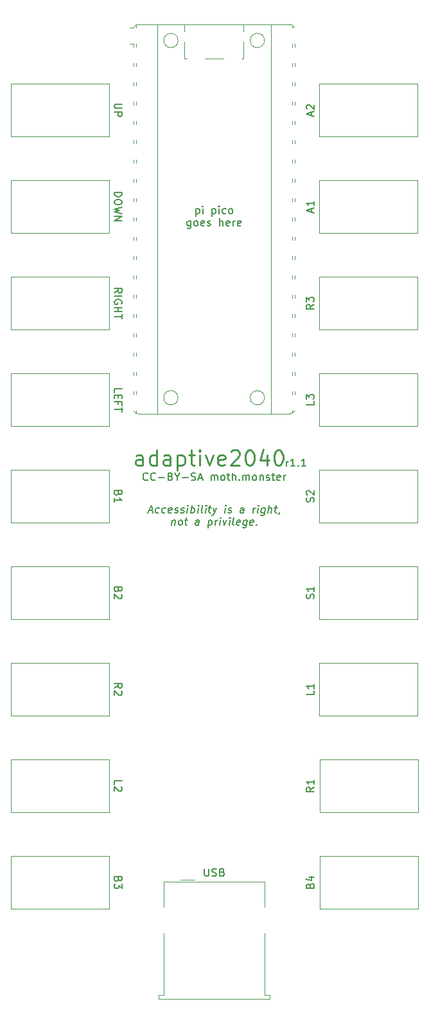
<source format=gbr>
%TF.GenerationSoftware,KiCad,Pcbnew,8.0.1*%
%TF.CreationDate,2024-04-04T17:18:09-04:00*%
%TF.ProjectId,adaptive-2040,61646170-7469-4766-952d-323034302e6b,1.1*%
%TF.SameCoordinates,Original*%
%TF.FileFunction,Legend,Top*%
%TF.FilePolarity,Positive*%
%FSLAX46Y46*%
G04 Gerber Fmt 4.6, Leading zero omitted, Abs format (unit mm)*
G04 Created by KiCad (PCBNEW 8.0.1) date 2024-04-04 17:18:09*
%MOMM*%
%LPD*%
G01*
G04 APERTURE LIST*
%ADD10C,0.150000*%
%ADD11C,0.250000*%
%ADD12C,0.120000*%
G04 APERTURE END LIST*
D10*
X95526904Y-151764132D02*
X96003094Y-151764132D01*
X95395951Y-152049847D02*
X95854285Y-151049847D01*
X95854285Y-151049847D02*
X96062618Y-152049847D01*
X96830475Y-152002228D02*
X96729285Y-152049847D01*
X96729285Y-152049847D02*
X96538809Y-152049847D01*
X96538809Y-152049847D02*
X96449523Y-152002228D01*
X96449523Y-152002228D02*
X96407856Y-151954608D01*
X96407856Y-151954608D02*
X96372142Y-151859370D01*
X96372142Y-151859370D02*
X96407856Y-151573656D01*
X96407856Y-151573656D02*
X96467380Y-151478418D01*
X96467380Y-151478418D02*
X96520951Y-151430799D01*
X96520951Y-151430799D02*
X96622142Y-151383180D01*
X96622142Y-151383180D02*
X96812618Y-151383180D01*
X96812618Y-151383180D02*
X96901904Y-151430799D01*
X97687618Y-152002228D02*
X97586428Y-152049847D01*
X97586428Y-152049847D02*
X97395952Y-152049847D01*
X97395952Y-152049847D02*
X97306666Y-152002228D01*
X97306666Y-152002228D02*
X97264999Y-151954608D01*
X97264999Y-151954608D02*
X97229285Y-151859370D01*
X97229285Y-151859370D02*
X97264999Y-151573656D01*
X97264999Y-151573656D02*
X97324523Y-151478418D01*
X97324523Y-151478418D02*
X97378094Y-151430799D01*
X97378094Y-151430799D02*
X97479285Y-151383180D01*
X97479285Y-151383180D02*
X97669761Y-151383180D01*
X97669761Y-151383180D02*
X97759047Y-151430799D01*
X98497142Y-152002228D02*
X98395952Y-152049847D01*
X98395952Y-152049847D02*
X98205475Y-152049847D01*
X98205475Y-152049847D02*
X98116190Y-152002228D01*
X98116190Y-152002228D02*
X98080475Y-151906989D01*
X98080475Y-151906989D02*
X98128095Y-151526037D01*
X98128095Y-151526037D02*
X98187618Y-151430799D01*
X98187618Y-151430799D02*
X98288809Y-151383180D01*
X98288809Y-151383180D02*
X98479285Y-151383180D01*
X98479285Y-151383180D02*
X98568571Y-151430799D01*
X98568571Y-151430799D02*
X98604285Y-151526037D01*
X98604285Y-151526037D02*
X98592380Y-151621275D01*
X98592380Y-151621275D02*
X98104285Y-151716513D01*
X98925714Y-152002228D02*
X99014999Y-152049847D01*
X99014999Y-152049847D02*
X99205476Y-152049847D01*
X99205476Y-152049847D02*
X99306666Y-152002228D01*
X99306666Y-152002228D02*
X99366190Y-151906989D01*
X99366190Y-151906989D02*
X99372142Y-151859370D01*
X99372142Y-151859370D02*
X99336428Y-151764132D01*
X99336428Y-151764132D02*
X99247142Y-151716513D01*
X99247142Y-151716513D02*
X99104285Y-151716513D01*
X99104285Y-151716513D02*
X99014999Y-151668894D01*
X99014999Y-151668894D02*
X98979285Y-151573656D01*
X98979285Y-151573656D02*
X98985238Y-151526037D01*
X98985238Y-151526037D02*
X99044761Y-151430799D01*
X99044761Y-151430799D02*
X99145952Y-151383180D01*
X99145952Y-151383180D02*
X99288809Y-151383180D01*
X99288809Y-151383180D02*
X99378095Y-151430799D01*
X99735238Y-152002228D02*
X99824523Y-152049847D01*
X99824523Y-152049847D02*
X100015000Y-152049847D01*
X100015000Y-152049847D02*
X100116190Y-152002228D01*
X100116190Y-152002228D02*
X100175714Y-151906989D01*
X100175714Y-151906989D02*
X100181666Y-151859370D01*
X100181666Y-151859370D02*
X100145952Y-151764132D01*
X100145952Y-151764132D02*
X100056666Y-151716513D01*
X100056666Y-151716513D02*
X99913809Y-151716513D01*
X99913809Y-151716513D02*
X99824523Y-151668894D01*
X99824523Y-151668894D02*
X99788809Y-151573656D01*
X99788809Y-151573656D02*
X99794762Y-151526037D01*
X99794762Y-151526037D02*
X99854285Y-151430799D01*
X99854285Y-151430799D02*
X99955476Y-151383180D01*
X99955476Y-151383180D02*
X100098333Y-151383180D01*
X100098333Y-151383180D02*
X100187619Y-151430799D01*
X100586428Y-152049847D02*
X100669762Y-151383180D01*
X100711428Y-151049847D02*
X100657857Y-151097466D01*
X100657857Y-151097466D02*
X100699524Y-151145085D01*
X100699524Y-151145085D02*
X100753095Y-151097466D01*
X100753095Y-151097466D02*
X100711428Y-151049847D01*
X100711428Y-151049847D02*
X100699524Y-151145085D01*
X101062618Y-152049847D02*
X101187618Y-151049847D01*
X101139999Y-151430799D02*
X101241190Y-151383180D01*
X101241190Y-151383180D02*
X101431666Y-151383180D01*
X101431666Y-151383180D02*
X101520952Y-151430799D01*
X101520952Y-151430799D02*
X101562618Y-151478418D01*
X101562618Y-151478418D02*
X101598333Y-151573656D01*
X101598333Y-151573656D02*
X101562618Y-151859370D01*
X101562618Y-151859370D02*
X101503095Y-151954608D01*
X101503095Y-151954608D02*
X101449523Y-152002228D01*
X101449523Y-152002228D02*
X101348333Y-152049847D01*
X101348333Y-152049847D02*
X101157856Y-152049847D01*
X101157856Y-152049847D02*
X101068571Y-152002228D01*
X101967380Y-152049847D02*
X102050714Y-151383180D01*
X102092380Y-151049847D02*
X102038809Y-151097466D01*
X102038809Y-151097466D02*
X102080476Y-151145085D01*
X102080476Y-151145085D02*
X102134047Y-151097466D01*
X102134047Y-151097466D02*
X102092380Y-151049847D01*
X102092380Y-151049847D02*
X102080476Y-151145085D01*
X102586428Y-152049847D02*
X102497142Y-152002228D01*
X102497142Y-152002228D02*
X102461428Y-151906989D01*
X102461428Y-151906989D02*
X102568570Y-151049847D01*
X102967380Y-152049847D02*
X103050714Y-151383180D01*
X103092380Y-151049847D02*
X103038809Y-151097466D01*
X103038809Y-151097466D02*
X103080476Y-151145085D01*
X103080476Y-151145085D02*
X103134047Y-151097466D01*
X103134047Y-151097466D02*
X103092380Y-151049847D01*
X103092380Y-151049847D02*
X103080476Y-151145085D01*
X103384047Y-151383180D02*
X103764999Y-151383180D01*
X103568570Y-151049847D02*
X103461428Y-151906989D01*
X103461428Y-151906989D02*
X103497142Y-152002228D01*
X103497142Y-152002228D02*
X103586428Y-152049847D01*
X103586428Y-152049847D02*
X103681666Y-152049847D01*
X104003095Y-151383180D02*
X104157857Y-152049847D01*
X104479285Y-151383180D02*
X104157857Y-152049847D01*
X104157857Y-152049847D02*
X104032857Y-152287942D01*
X104032857Y-152287942D02*
X103979285Y-152335561D01*
X103979285Y-152335561D02*
X103878095Y-152383180D01*
X105538809Y-152049847D02*
X105622143Y-151383180D01*
X105663809Y-151049847D02*
X105610238Y-151097466D01*
X105610238Y-151097466D02*
X105651905Y-151145085D01*
X105651905Y-151145085D02*
X105705476Y-151097466D01*
X105705476Y-151097466D02*
X105663809Y-151049847D01*
X105663809Y-151049847D02*
X105651905Y-151145085D01*
X105973333Y-152002228D02*
X106062618Y-152049847D01*
X106062618Y-152049847D02*
X106253095Y-152049847D01*
X106253095Y-152049847D02*
X106354285Y-152002228D01*
X106354285Y-152002228D02*
X106413809Y-151906989D01*
X106413809Y-151906989D02*
X106419761Y-151859370D01*
X106419761Y-151859370D02*
X106384047Y-151764132D01*
X106384047Y-151764132D02*
X106294761Y-151716513D01*
X106294761Y-151716513D02*
X106151904Y-151716513D01*
X106151904Y-151716513D02*
X106062618Y-151668894D01*
X106062618Y-151668894D02*
X106026904Y-151573656D01*
X106026904Y-151573656D02*
X106032857Y-151526037D01*
X106032857Y-151526037D02*
X106092380Y-151430799D01*
X106092380Y-151430799D02*
X106193571Y-151383180D01*
X106193571Y-151383180D02*
X106336428Y-151383180D01*
X106336428Y-151383180D02*
X106425714Y-151430799D01*
X108015000Y-152049847D02*
X108080476Y-151526037D01*
X108080476Y-151526037D02*
X108044762Y-151430799D01*
X108044762Y-151430799D02*
X107955476Y-151383180D01*
X107955476Y-151383180D02*
X107765000Y-151383180D01*
X107765000Y-151383180D02*
X107663809Y-151430799D01*
X108020952Y-152002228D02*
X107919762Y-152049847D01*
X107919762Y-152049847D02*
X107681666Y-152049847D01*
X107681666Y-152049847D02*
X107592381Y-152002228D01*
X107592381Y-152002228D02*
X107556666Y-151906989D01*
X107556666Y-151906989D02*
X107568571Y-151811751D01*
X107568571Y-151811751D02*
X107628095Y-151716513D01*
X107628095Y-151716513D02*
X107729286Y-151668894D01*
X107729286Y-151668894D02*
X107967381Y-151668894D01*
X107967381Y-151668894D02*
X108068571Y-151621275D01*
X109253095Y-152049847D02*
X109336429Y-151383180D01*
X109312619Y-151573656D02*
X109372143Y-151478418D01*
X109372143Y-151478418D02*
X109425714Y-151430799D01*
X109425714Y-151430799D02*
X109526905Y-151383180D01*
X109526905Y-151383180D02*
X109622143Y-151383180D01*
X109872143Y-152049847D02*
X109955477Y-151383180D01*
X109997143Y-151049847D02*
X109943572Y-151097466D01*
X109943572Y-151097466D02*
X109985239Y-151145085D01*
X109985239Y-151145085D02*
X110038810Y-151097466D01*
X110038810Y-151097466D02*
X109997143Y-151049847D01*
X109997143Y-151049847D02*
X109985239Y-151145085D01*
X110860238Y-151383180D02*
X110759048Y-152192704D01*
X110759048Y-152192704D02*
X110699524Y-152287942D01*
X110699524Y-152287942D02*
X110645952Y-152335561D01*
X110645952Y-152335561D02*
X110544762Y-152383180D01*
X110544762Y-152383180D02*
X110401905Y-152383180D01*
X110401905Y-152383180D02*
X110312619Y-152335561D01*
X110782857Y-152002228D02*
X110681667Y-152049847D01*
X110681667Y-152049847D02*
X110491191Y-152049847D01*
X110491191Y-152049847D02*
X110401905Y-152002228D01*
X110401905Y-152002228D02*
X110360238Y-151954608D01*
X110360238Y-151954608D02*
X110324524Y-151859370D01*
X110324524Y-151859370D02*
X110360238Y-151573656D01*
X110360238Y-151573656D02*
X110419762Y-151478418D01*
X110419762Y-151478418D02*
X110473333Y-151430799D01*
X110473333Y-151430799D02*
X110574524Y-151383180D01*
X110574524Y-151383180D02*
X110765000Y-151383180D01*
X110765000Y-151383180D02*
X110854286Y-151430799D01*
X111253095Y-152049847D02*
X111378095Y-151049847D01*
X111681667Y-152049847D02*
X111747143Y-151526037D01*
X111747143Y-151526037D02*
X111711429Y-151430799D01*
X111711429Y-151430799D02*
X111622143Y-151383180D01*
X111622143Y-151383180D02*
X111479286Y-151383180D01*
X111479286Y-151383180D02*
X111378095Y-151430799D01*
X111378095Y-151430799D02*
X111324524Y-151478418D01*
X112098334Y-151383180D02*
X112479286Y-151383180D01*
X112282857Y-151049847D02*
X112175715Y-151906989D01*
X112175715Y-151906989D02*
X112211429Y-152002228D01*
X112211429Y-152002228D02*
X112300715Y-152049847D01*
X112300715Y-152049847D02*
X112395953Y-152049847D01*
X112782858Y-152002228D02*
X112776905Y-152049847D01*
X112776905Y-152049847D02*
X112717382Y-152145085D01*
X112717382Y-152145085D02*
X112663810Y-152192704D01*
X98622142Y-152993124D02*
X98538808Y-153659791D01*
X98610237Y-153088362D02*
X98663808Y-153040743D01*
X98663808Y-153040743D02*
X98764999Y-152993124D01*
X98764999Y-152993124D02*
X98907856Y-152993124D01*
X98907856Y-152993124D02*
X98997142Y-153040743D01*
X98997142Y-153040743D02*
X99032856Y-153135981D01*
X99032856Y-153135981D02*
X98967380Y-153659791D01*
X99586428Y-153659791D02*
X99497142Y-153612172D01*
X99497142Y-153612172D02*
X99455475Y-153564552D01*
X99455475Y-153564552D02*
X99419761Y-153469314D01*
X99419761Y-153469314D02*
X99455475Y-153183600D01*
X99455475Y-153183600D02*
X99514999Y-153088362D01*
X99514999Y-153088362D02*
X99568570Y-153040743D01*
X99568570Y-153040743D02*
X99669761Y-152993124D01*
X99669761Y-152993124D02*
X99812618Y-152993124D01*
X99812618Y-152993124D02*
X99901904Y-153040743D01*
X99901904Y-153040743D02*
X99943570Y-153088362D01*
X99943570Y-153088362D02*
X99979285Y-153183600D01*
X99979285Y-153183600D02*
X99943570Y-153469314D01*
X99943570Y-153469314D02*
X99884047Y-153564552D01*
X99884047Y-153564552D02*
X99830475Y-153612172D01*
X99830475Y-153612172D02*
X99729285Y-153659791D01*
X99729285Y-153659791D02*
X99586428Y-153659791D01*
X100288809Y-152993124D02*
X100669761Y-152993124D01*
X100473332Y-152659791D02*
X100366190Y-153516933D01*
X100366190Y-153516933D02*
X100401904Y-153612172D01*
X100401904Y-153612172D02*
X100491190Y-153659791D01*
X100491190Y-153659791D02*
X100586428Y-153659791D01*
X102110238Y-153659791D02*
X102175714Y-153135981D01*
X102175714Y-153135981D02*
X102140000Y-153040743D01*
X102140000Y-153040743D02*
X102050714Y-152993124D01*
X102050714Y-152993124D02*
X101860238Y-152993124D01*
X101860238Y-152993124D02*
X101759047Y-153040743D01*
X102116190Y-153612172D02*
X102015000Y-153659791D01*
X102015000Y-153659791D02*
X101776904Y-153659791D01*
X101776904Y-153659791D02*
X101687619Y-153612172D01*
X101687619Y-153612172D02*
X101651904Y-153516933D01*
X101651904Y-153516933D02*
X101663809Y-153421695D01*
X101663809Y-153421695D02*
X101723333Y-153326457D01*
X101723333Y-153326457D02*
X101824524Y-153278838D01*
X101824524Y-153278838D02*
X102062619Y-153278838D01*
X102062619Y-153278838D02*
X102163809Y-153231219D01*
X103431667Y-152993124D02*
X103306667Y-153993124D01*
X103425714Y-153040743D02*
X103526905Y-152993124D01*
X103526905Y-152993124D02*
X103717381Y-152993124D01*
X103717381Y-152993124D02*
X103806667Y-153040743D01*
X103806667Y-153040743D02*
X103848333Y-153088362D01*
X103848333Y-153088362D02*
X103884048Y-153183600D01*
X103884048Y-153183600D02*
X103848333Y-153469314D01*
X103848333Y-153469314D02*
X103788810Y-153564552D01*
X103788810Y-153564552D02*
X103735238Y-153612172D01*
X103735238Y-153612172D02*
X103634048Y-153659791D01*
X103634048Y-153659791D02*
X103443571Y-153659791D01*
X103443571Y-153659791D02*
X103354286Y-153612172D01*
X104253095Y-153659791D02*
X104336429Y-152993124D01*
X104312619Y-153183600D02*
X104372143Y-153088362D01*
X104372143Y-153088362D02*
X104425714Y-153040743D01*
X104425714Y-153040743D02*
X104526905Y-152993124D01*
X104526905Y-152993124D02*
X104622143Y-152993124D01*
X104872143Y-153659791D02*
X104955477Y-152993124D01*
X104997143Y-152659791D02*
X104943572Y-152707410D01*
X104943572Y-152707410D02*
X104985239Y-152755029D01*
X104985239Y-152755029D02*
X105038810Y-152707410D01*
X105038810Y-152707410D02*
X104997143Y-152659791D01*
X104997143Y-152659791D02*
X104985239Y-152755029D01*
X105336429Y-152993124D02*
X105491191Y-153659791D01*
X105491191Y-153659791D02*
X105812619Y-152993124D01*
X106110238Y-153659791D02*
X106193572Y-152993124D01*
X106235238Y-152659791D02*
X106181667Y-152707410D01*
X106181667Y-152707410D02*
X106223334Y-152755029D01*
X106223334Y-152755029D02*
X106276905Y-152707410D01*
X106276905Y-152707410D02*
X106235238Y-152659791D01*
X106235238Y-152659791D02*
X106223334Y-152755029D01*
X106729286Y-153659791D02*
X106640000Y-153612172D01*
X106640000Y-153612172D02*
X106604286Y-153516933D01*
X106604286Y-153516933D02*
X106711428Y-152659791D01*
X107497143Y-153612172D02*
X107395953Y-153659791D01*
X107395953Y-153659791D02*
X107205476Y-153659791D01*
X107205476Y-153659791D02*
X107116191Y-153612172D01*
X107116191Y-153612172D02*
X107080476Y-153516933D01*
X107080476Y-153516933D02*
X107128096Y-153135981D01*
X107128096Y-153135981D02*
X107187619Y-153040743D01*
X107187619Y-153040743D02*
X107288810Y-152993124D01*
X107288810Y-152993124D02*
X107479286Y-152993124D01*
X107479286Y-152993124D02*
X107568572Y-153040743D01*
X107568572Y-153040743D02*
X107604286Y-153135981D01*
X107604286Y-153135981D02*
X107592381Y-153231219D01*
X107592381Y-153231219D02*
X107104286Y-153326457D01*
X108479286Y-152993124D02*
X108378096Y-153802648D01*
X108378096Y-153802648D02*
X108318572Y-153897886D01*
X108318572Y-153897886D02*
X108265000Y-153945505D01*
X108265000Y-153945505D02*
X108163810Y-153993124D01*
X108163810Y-153993124D02*
X108020953Y-153993124D01*
X108020953Y-153993124D02*
X107931667Y-153945505D01*
X108401905Y-153612172D02*
X108300715Y-153659791D01*
X108300715Y-153659791D02*
X108110239Y-153659791D01*
X108110239Y-153659791D02*
X108020953Y-153612172D01*
X108020953Y-153612172D02*
X107979286Y-153564552D01*
X107979286Y-153564552D02*
X107943572Y-153469314D01*
X107943572Y-153469314D02*
X107979286Y-153183600D01*
X107979286Y-153183600D02*
X108038810Y-153088362D01*
X108038810Y-153088362D02*
X108092381Y-153040743D01*
X108092381Y-153040743D02*
X108193572Y-152993124D01*
X108193572Y-152993124D02*
X108384048Y-152993124D01*
X108384048Y-152993124D02*
X108473334Y-153040743D01*
X109259048Y-153612172D02*
X109157858Y-153659791D01*
X109157858Y-153659791D02*
X108967381Y-153659791D01*
X108967381Y-153659791D02*
X108878096Y-153612172D01*
X108878096Y-153612172D02*
X108842381Y-153516933D01*
X108842381Y-153516933D02*
X108890001Y-153135981D01*
X108890001Y-153135981D02*
X108949524Y-153040743D01*
X108949524Y-153040743D02*
X109050715Y-152993124D01*
X109050715Y-152993124D02*
X109241191Y-152993124D01*
X109241191Y-152993124D02*
X109330477Y-153040743D01*
X109330477Y-153040743D02*
X109366191Y-153135981D01*
X109366191Y-153135981D02*
X109354286Y-153231219D01*
X109354286Y-153231219D02*
X108866191Y-153326457D01*
X109741191Y-153564552D02*
X109782858Y-153612172D01*
X109782858Y-153612172D02*
X109729286Y-153659791D01*
X109729286Y-153659791D02*
X109687620Y-153612172D01*
X109687620Y-153612172D02*
X109741191Y-153564552D01*
X109741191Y-153564552D02*
X109729286Y-153659791D01*
X117009104Y-112474285D02*
X117009104Y-111998095D01*
X117294819Y-112569523D02*
X116294819Y-112236190D01*
X116294819Y-112236190D02*
X117294819Y-111902857D01*
X117294819Y-111045714D02*
X117294819Y-111617142D01*
X117294819Y-111331428D02*
X116294819Y-111331428D01*
X116294819Y-111331428D02*
X116437676Y-111426666D01*
X116437676Y-111426666D02*
X116532914Y-111521904D01*
X116532914Y-111521904D02*
X116580533Y-111617142D01*
X117294819Y-137326666D02*
X117294819Y-137802856D01*
X117294819Y-137802856D02*
X116294819Y-137802856D01*
X116294819Y-137088570D02*
X116294819Y-136469523D01*
X116294819Y-136469523D02*
X116675771Y-136802856D01*
X116675771Y-136802856D02*
X116675771Y-136659999D01*
X116675771Y-136659999D02*
X116723390Y-136564761D01*
X116723390Y-136564761D02*
X116771009Y-136517142D01*
X116771009Y-136517142D02*
X116866247Y-136469523D01*
X116866247Y-136469523D02*
X117104342Y-136469523D01*
X117104342Y-136469523D02*
X117199580Y-136517142D01*
X117199580Y-136517142D02*
X117247200Y-136564761D01*
X117247200Y-136564761D02*
X117294819Y-136659999D01*
X117294819Y-136659999D02*
X117294819Y-136945713D01*
X117294819Y-136945713D02*
X117247200Y-137040951D01*
X117247200Y-137040951D02*
X117199580Y-137088570D01*
X91508990Y-200255238D02*
X91461371Y-200398095D01*
X91461371Y-200398095D02*
X91413752Y-200445714D01*
X91413752Y-200445714D02*
X91318514Y-200493333D01*
X91318514Y-200493333D02*
X91175657Y-200493333D01*
X91175657Y-200493333D02*
X91080419Y-200445714D01*
X91080419Y-200445714D02*
X91032800Y-200398095D01*
X91032800Y-200398095D02*
X90985180Y-200302857D01*
X90985180Y-200302857D02*
X90985180Y-199921905D01*
X90985180Y-199921905D02*
X91985180Y-199921905D01*
X91985180Y-199921905D02*
X91985180Y-200255238D01*
X91985180Y-200255238D02*
X91937561Y-200350476D01*
X91937561Y-200350476D02*
X91889942Y-200398095D01*
X91889942Y-200398095D02*
X91794704Y-200445714D01*
X91794704Y-200445714D02*
X91699466Y-200445714D01*
X91699466Y-200445714D02*
X91604228Y-200398095D01*
X91604228Y-200398095D02*
X91556609Y-200350476D01*
X91556609Y-200350476D02*
X91508990Y-200255238D01*
X91508990Y-200255238D02*
X91508990Y-199921905D01*
X91985180Y-200826667D02*
X91985180Y-201445714D01*
X91985180Y-201445714D02*
X91604228Y-201112381D01*
X91604228Y-201112381D02*
X91604228Y-201255238D01*
X91604228Y-201255238D02*
X91556609Y-201350476D01*
X91556609Y-201350476D02*
X91508990Y-201398095D01*
X91508990Y-201398095D02*
X91413752Y-201445714D01*
X91413752Y-201445714D02*
X91175657Y-201445714D01*
X91175657Y-201445714D02*
X91080419Y-201398095D01*
X91080419Y-201398095D02*
X91032800Y-201350476D01*
X91032800Y-201350476D02*
X90985180Y-201255238D01*
X90985180Y-201255238D02*
X90985180Y-200969524D01*
X90985180Y-200969524D02*
X91032800Y-200874286D01*
X91032800Y-200874286D02*
X91080419Y-200826667D01*
X91508990Y-149455238D02*
X91461371Y-149598095D01*
X91461371Y-149598095D02*
X91413752Y-149645714D01*
X91413752Y-149645714D02*
X91318514Y-149693333D01*
X91318514Y-149693333D02*
X91175657Y-149693333D01*
X91175657Y-149693333D02*
X91080419Y-149645714D01*
X91080419Y-149645714D02*
X91032800Y-149598095D01*
X91032800Y-149598095D02*
X90985180Y-149502857D01*
X90985180Y-149502857D02*
X90985180Y-149121905D01*
X90985180Y-149121905D02*
X91985180Y-149121905D01*
X91985180Y-149121905D02*
X91985180Y-149455238D01*
X91985180Y-149455238D02*
X91937561Y-149550476D01*
X91937561Y-149550476D02*
X91889942Y-149598095D01*
X91889942Y-149598095D02*
X91794704Y-149645714D01*
X91794704Y-149645714D02*
X91699466Y-149645714D01*
X91699466Y-149645714D02*
X91604228Y-149598095D01*
X91604228Y-149598095D02*
X91556609Y-149550476D01*
X91556609Y-149550476D02*
X91508990Y-149455238D01*
X91508990Y-149455238D02*
X91508990Y-149121905D01*
X90985180Y-150645714D02*
X90985180Y-150074286D01*
X90985180Y-150360000D02*
X91985180Y-150360000D01*
X91985180Y-150360000D02*
X91842323Y-150264762D01*
X91842323Y-150264762D02*
X91747085Y-150169524D01*
X91747085Y-150169524D02*
X91699466Y-150074286D01*
X95401904Y-147679580D02*
X95354285Y-147727200D01*
X95354285Y-147727200D02*
X95211428Y-147774819D01*
X95211428Y-147774819D02*
X95116190Y-147774819D01*
X95116190Y-147774819D02*
X94973333Y-147727200D01*
X94973333Y-147727200D02*
X94878095Y-147631961D01*
X94878095Y-147631961D02*
X94830476Y-147536723D01*
X94830476Y-147536723D02*
X94782857Y-147346247D01*
X94782857Y-147346247D02*
X94782857Y-147203390D01*
X94782857Y-147203390D02*
X94830476Y-147012914D01*
X94830476Y-147012914D02*
X94878095Y-146917676D01*
X94878095Y-146917676D02*
X94973333Y-146822438D01*
X94973333Y-146822438D02*
X95116190Y-146774819D01*
X95116190Y-146774819D02*
X95211428Y-146774819D01*
X95211428Y-146774819D02*
X95354285Y-146822438D01*
X95354285Y-146822438D02*
X95401904Y-146870057D01*
X96401904Y-147679580D02*
X96354285Y-147727200D01*
X96354285Y-147727200D02*
X96211428Y-147774819D01*
X96211428Y-147774819D02*
X96116190Y-147774819D01*
X96116190Y-147774819D02*
X95973333Y-147727200D01*
X95973333Y-147727200D02*
X95878095Y-147631961D01*
X95878095Y-147631961D02*
X95830476Y-147536723D01*
X95830476Y-147536723D02*
X95782857Y-147346247D01*
X95782857Y-147346247D02*
X95782857Y-147203390D01*
X95782857Y-147203390D02*
X95830476Y-147012914D01*
X95830476Y-147012914D02*
X95878095Y-146917676D01*
X95878095Y-146917676D02*
X95973333Y-146822438D01*
X95973333Y-146822438D02*
X96116190Y-146774819D01*
X96116190Y-146774819D02*
X96211428Y-146774819D01*
X96211428Y-146774819D02*
X96354285Y-146822438D01*
X96354285Y-146822438D02*
X96401904Y-146870057D01*
X96830476Y-147393866D02*
X97592381Y-147393866D01*
X98401904Y-147251009D02*
X98544761Y-147298628D01*
X98544761Y-147298628D02*
X98592380Y-147346247D01*
X98592380Y-147346247D02*
X98639999Y-147441485D01*
X98639999Y-147441485D02*
X98639999Y-147584342D01*
X98639999Y-147584342D02*
X98592380Y-147679580D01*
X98592380Y-147679580D02*
X98544761Y-147727200D01*
X98544761Y-147727200D02*
X98449523Y-147774819D01*
X98449523Y-147774819D02*
X98068571Y-147774819D01*
X98068571Y-147774819D02*
X98068571Y-146774819D01*
X98068571Y-146774819D02*
X98401904Y-146774819D01*
X98401904Y-146774819D02*
X98497142Y-146822438D01*
X98497142Y-146822438D02*
X98544761Y-146870057D01*
X98544761Y-146870057D02*
X98592380Y-146965295D01*
X98592380Y-146965295D02*
X98592380Y-147060533D01*
X98592380Y-147060533D02*
X98544761Y-147155771D01*
X98544761Y-147155771D02*
X98497142Y-147203390D01*
X98497142Y-147203390D02*
X98401904Y-147251009D01*
X98401904Y-147251009D02*
X98068571Y-147251009D01*
X99259047Y-147298628D02*
X99259047Y-147774819D01*
X98925714Y-146774819D02*
X99259047Y-147298628D01*
X99259047Y-147298628D02*
X99592380Y-146774819D01*
X99925714Y-147393866D02*
X100687619Y-147393866D01*
X101116190Y-147727200D02*
X101259047Y-147774819D01*
X101259047Y-147774819D02*
X101497142Y-147774819D01*
X101497142Y-147774819D02*
X101592380Y-147727200D01*
X101592380Y-147727200D02*
X101639999Y-147679580D01*
X101639999Y-147679580D02*
X101687618Y-147584342D01*
X101687618Y-147584342D02*
X101687618Y-147489104D01*
X101687618Y-147489104D02*
X101639999Y-147393866D01*
X101639999Y-147393866D02*
X101592380Y-147346247D01*
X101592380Y-147346247D02*
X101497142Y-147298628D01*
X101497142Y-147298628D02*
X101306666Y-147251009D01*
X101306666Y-147251009D02*
X101211428Y-147203390D01*
X101211428Y-147203390D02*
X101163809Y-147155771D01*
X101163809Y-147155771D02*
X101116190Y-147060533D01*
X101116190Y-147060533D02*
X101116190Y-146965295D01*
X101116190Y-146965295D02*
X101163809Y-146870057D01*
X101163809Y-146870057D02*
X101211428Y-146822438D01*
X101211428Y-146822438D02*
X101306666Y-146774819D01*
X101306666Y-146774819D02*
X101544761Y-146774819D01*
X101544761Y-146774819D02*
X101687618Y-146822438D01*
X102068571Y-147489104D02*
X102544761Y-147489104D01*
X101973333Y-147774819D02*
X102306666Y-146774819D01*
X102306666Y-146774819D02*
X102639999Y-147774819D01*
X103735238Y-147774819D02*
X103735238Y-147108152D01*
X103735238Y-147203390D02*
X103782857Y-147155771D01*
X103782857Y-147155771D02*
X103878095Y-147108152D01*
X103878095Y-147108152D02*
X104020952Y-147108152D01*
X104020952Y-147108152D02*
X104116190Y-147155771D01*
X104116190Y-147155771D02*
X104163809Y-147251009D01*
X104163809Y-147251009D02*
X104163809Y-147774819D01*
X104163809Y-147251009D02*
X104211428Y-147155771D01*
X104211428Y-147155771D02*
X104306666Y-147108152D01*
X104306666Y-147108152D02*
X104449523Y-147108152D01*
X104449523Y-147108152D02*
X104544762Y-147155771D01*
X104544762Y-147155771D02*
X104592381Y-147251009D01*
X104592381Y-147251009D02*
X104592381Y-147774819D01*
X105211428Y-147774819D02*
X105116190Y-147727200D01*
X105116190Y-147727200D02*
X105068571Y-147679580D01*
X105068571Y-147679580D02*
X105020952Y-147584342D01*
X105020952Y-147584342D02*
X105020952Y-147298628D01*
X105020952Y-147298628D02*
X105068571Y-147203390D01*
X105068571Y-147203390D02*
X105116190Y-147155771D01*
X105116190Y-147155771D02*
X105211428Y-147108152D01*
X105211428Y-147108152D02*
X105354285Y-147108152D01*
X105354285Y-147108152D02*
X105449523Y-147155771D01*
X105449523Y-147155771D02*
X105497142Y-147203390D01*
X105497142Y-147203390D02*
X105544761Y-147298628D01*
X105544761Y-147298628D02*
X105544761Y-147584342D01*
X105544761Y-147584342D02*
X105497142Y-147679580D01*
X105497142Y-147679580D02*
X105449523Y-147727200D01*
X105449523Y-147727200D02*
X105354285Y-147774819D01*
X105354285Y-147774819D02*
X105211428Y-147774819D01*
X105830476Y-147108152D02*
X106211428Y-147108152D01*
X105973333Y-146774819D02*
X105973333Y-147631961D01*
X105973333Y-147631961D02*
X106020952Y-147727200D01*
X106020952Y-147727200D02*
X106116190Y-147774819D01*
X106116190Y-147774819D02*
X106211428Y-147774819D01*
X106544762Y-147774819D02*
X106544762Y-146774819D01*
X106973333Y-147774819D02*
X106973333Y-147251009D01*
X106973333Y-147251009D02*
X106925714Y-147155771D01*
X106925714Y-147155771D02*
X106830476Y-147108152D01*
X106830476Y-147108152D02*
X106687619Y-147108152D01*
X106687619Y-147108152D02*
X106592381Y-147155771D01*
X106592381Y-147155771D02*
X106544762Y-147203390D01*
X107449524Y-147679580D02*
X107497143Y-147727200D01*
X107497143Y-147727200D02*
X107449524Y-147774819D01*
X107449524Y-147774819D02*
X107401905Y-147727200D01*
X107401905Y-147727200D02*
X107449524Y-147679580D01*
X107449524Y-147679580D02*
X107449524Y-147774819D01*
X107925714Y-147774819D02*
X107925714Y-147108152D01*
X107925714Y-147203390D02*
X107973333Y-147155771D01*
X107973333Y-147155771D02*
X108068571Y-147108152D01*
X108068571Y-147108152D02*
X108211428Y-147108152D01*
X108211428Y-147108152D02*
X108306666Y-147155771D01*
X108306666Y-147155771D02*
X108354285Y-147251009D01*
X108354285Y-147251009D02*
X108354285Y-147774819D01*
X108354285Y-147251009D02*
X108401904Y-147155771D01*
X108401904Y-147155771D02*
X108497142Y-147108152D01*
X108497142Y-147108152D02*
X108639999Y-147108152D01*
X108639999Y-147108152D02*
X108735238Y-147155771D01*
X108735238Y-147155771D02*
X108782857Y-147251009D01*
X108782857Y-147251009D02*
X108782857Y-147774819D01*
X109401904Y-147774819D02*
X109306666Y-147727200D01*
X109306666Y-147727200D02*
X109259047Y-147679580D01*
X109259047Y-147679580D02*
X109211428Y-147584342D01*
X109211428Y-147584342D02*
X109211428Y-147298628D01*
X109211428Y-147298628D02*
X109259047Y-147203390D01*
X109259047Y-147203390D02*
X109306666Y-147155771D01*
X109306666Y-147155771D02*
X109401904Y-147108152D01*
X109401904Y-147108152D02*
X109544761Y-147108152D01*
X109544761Y-147108152D02*
X109639999Y-147155771D01*
X109639999Y-147155771D02*
X109687618Y-147203390D01*
X109687618Y-147203390D02*
X109735237Y-147298628D01*
X109735237Y-147298628D02*
X109735237Y-147584342D01*
X109735237Y-147584342D02*
X109687618Y-147679580D01*
X109687618Y-147679580D02*
X109639999Y-147727200D01*
X109639999Y-147727200D02*
X109544761Y-147774819D01*
X109544761Y-147774819D02*
X109401904Y-147774819D01*
X110163809Y-147108152D02*
X110163809Y-147774819D01*
X110163809Y-147203390D02*
X110211428Y-147155771D01*
X110211428Y-147155771D02*
X110306666Y-147108152D01*
X110306666Y-147108152D02*
X110449523Y-147108152D01*
X110449523Y-147108152D02*
X110544761Y-147155771D01*
X110544761Y-147155771D02*
X110592380Y-147251009D01*
X110592380Y-147251009D02*
X110592380Y-147774819D01*
X111020952Y-147727200D02*
X111116190Y-147774819D01*
X111116190Y-147774819D02*
X111306666Y-147774819D01*
X111306666Y-147774819D02*
X111401904Y-147727200D01*
X111401904Y-147727200D02*
X111449523Y-147631961D01*
X111449523Y-147631961D02*
X111449523Y-147584342D01*
X111449523Y-147584342D02*
X111401904Y-147489104D01*
X111401904Y-147489104D02*
X111306666Y-147441485D01*
X111306666Y-147441485D02*
X111163809Y-147441485D01*
X111163809Y-147441485D02*
X111068571Y-147393866D01*
X111068571Y-147393866D02*
X111020952Y-147298628D01*
X111020952Y-147298628D02*
X111020952Y-147251009D01*
X111020952Y-147251009D02*
X111068571Y-147155771D01*
X111068571Y-147155771D02*
X111163809Y-147108152D01*
X111163809Y-147108152D02*
X111306666Y-147108152D01*
X111306666Y-147108152D02*
X111401904Y-147155771D01*
X111735238Y-147108152D02*
X112116190Y-147108152D01*
X111878095Y-146774819D02*
X111878095Y-147631961D01*
X111878095Y-147631961D02*
X111925714Y-147727200D01*
X111925714Y-147727200D02*
X112020952Y-147774819D01*
X112020952Y-147774819D02*
X112116190Y-147774819D01*
X112830476Y-147727200D02*
X112735238Y-147774819D01*
X112735238Y-147774819D02*
X112544762Y-147774819D01*
X112544762Y-147774819D02*
X112449524Y-147727200D01*
X112449524Y-147727200D02*
X112401905Y-147631961D01*
X112401905Y-147631961D02*
X112401905Y-147251009D01*
X112401905Y-147251009D02*
X112449524Y-147155771D01*
X112449524Y-147155771D02*
X112544762Y-147108152D01*
X112544762Y-147108152D02*
X112735238Y-147108152D01*
X112735238Y-147108152D02*
X112830476Y-147155771D01*
X112830476Y-147155771D02*
X112878095Y-147251009D01*
X112878095Y-147251009D02*
X112878095Y-147346247D01*
X112878095Y-147346247D02*
X112401905Y-147441485D01*
X113306667Y-147774819D02*
X113306667Y-147108152D01*
X113306667Y-147298628D02*
X113354286Y-147203390D01*
X113354286Y-147203390D02*
X113401905Y-147155771D01*
X113401905Y-147155771D02*
X113497143Y-147108152D01*
X113497143Y-147108152D02*
X113592381Y-147108152D01*
X117294819Y-124626666D02*
X116818628Y-124959999D01*
X117294819Y-125198094D02*
X116294819Y-125198094D01*
X116294819Y-125198094D02*
X116294819Y-124817142D01*
X116294819Y-124817142D02*
X116342438Y-124721904D01*
X116342438Y-124721904D02*
X116390057Y-124674285D01*
X116390057Y-124674285D02*
X116485295Y-124626666D01*
X116485295Y-124626666D02*
X116628152Y-124626666D01*
X116628152Y-124626666D02*
X116723390Y-124674285D01*
X116723390Y-124674285D02*
X116771009Y-124721904D01*
X116771009Y-124721904D02*
X116818628Y-124817142D01*
X116818628Y-124817142D02*
X116818628Y-125198094D01*
X116294819Y-124293332D02*
X116294819Y-123674285D01*
X116294819Y-123674285D02*
X116675771Y-124007618D01*
X116675771Y-124007618D02*
X116675771Y-123864761D01*
X116675771Y-123864761D02*
X116723390Y-123769523D01*
X116723390Y-123769523D02*
X116771009Y-123721904D01*
X116771009Y-123721904D02*
X116866247Y-123674285D01*
X116866247Y-123674285D02*
X117104342Y-123674285D01*
X117104342Y-123674285D02*
X117199580Y-123721904D01*
X117199580Y-123721904D02*
X117247200Y-123769523D01*
X117247200Y-123769523D02*
X117294819Y-123864761D01*
X117294819Y-123864761D02*
X117294819Y-124150475D01*
X117294819Y-124150475D02*
X117247200Y-124245713D01*
X117247200Y-124245713D02*
X117199580Y-124293332D01*
X90985180Y-187793333D02*
X90985180Y-187317143D01*
X90985180Y-187317143D02*
X91985180Y-187317143D01*
X91889942Y-188079048D02*
X91937561Y-188126667D01*
X91937561Y-188126667D02*
X91985180Y-188221905D01*
X91985180Y-188221905D02*
X91985180Y-188460000D01*
X91985180Y-188460000D02*
X91937561Y-188555238D01*
X91937561Y-188555238D02*
X91889942Y-188602857D01*
X91889942Y-188602857D02*
X91794704Y-188650476D01*
X91794704Y-188650476D02*
X91699466Y-188650476D01*
X91699466Y-188650476D02*
X91556609Y-188602857D01*
X91556609Y-188602857D02*
X90985180Y-188031429D01*
X90985180Y-188031429D02*
X90985180Y-188650476D01*
X117247200Y-150621904D02*
X117294819Y-150479047D01*
X117294819Y-150479047D02*
X117294819Y-150240952D01*
X117294819Y-150240952D02*
X117247200Y-150145714D01*
X117247200Y-150145714D02*
X117199580Y-150098095D01*
X117199580Y-150098095D02*
X117104342Y-150050476D01*
X117104342Y-150050476D02*
X117009104Y-150050476D01*
X117009104Y-150050476D02*
X116913866Y-150098095D01*
X116913866Y-150098095D02*
X116866247Y-150145714D01*
X116866247Y-150145714D02*
X116818628Y-150240952D01*
X116818628Y-150240952D02*
X116771009Y-150431428D01*
X116771009Y-150431428D02*
X116723390Y-150526666D01*
X116723390Y-150526666D02*
X116675771Y-150574285D01*
X116675771Y-150574285D02*
X116580533Y-150621904D01*
X116580533Y-150621904D02*
X116485295Y-150621904D01*
X116485295Y-150621904D02*
X116390057Y-150574285D01*
X116390057Y-150574285D02*
X116342438Y-150526666D01*
X116342438Y-150526666D02*
X116294819Y-150431428D01*
X116294819Y-150431428D02*
X116294819Y-150193333D01*
X116294819Y-150193333D02*
X116342438Y-150050476D01*
X116390057Y-149669523D02*
X116342438Y-149621904D01*
X116342438Y-149621904D02*
X116294819Y-149526666D01*
X116294819Y-149526666D02*
X116294819Y-149288571D01*
X116294819Y-149288571D02*
X116342438Y-149193333D01*
X116342438Y-149193333D02*
X116390057Y-149145714D01*
X116390057Y-149145714D02*
X116485295Y-149098095D01*
X116485295Y-149098095D02*
X116580533Y-149098095D01*
X116580533Y-149098095D02*
X116723390Y-149145714D01*
X116723390Y-149145714D02*
X117294819Y-149717142D01*
X117294819Y-149717142D02*
X117294819Y-149098095D01*
X117294819Y-175426666D02*
X117294819Y-175902856D01*
X117294819Y-175902856D02*
X116294819Y-175902856D01*
X117294819Y-174569523D02*
X117294819Y-175140951D01*
X117294819Y-174855237D02*
X116294819Y-174855237D01*
X116294819Y-174855237D02*
X116437676Y-174950475D01*
X116437676Y-174950475D02*
X116532914Y-175045713D01*
X116532914Y-175045713D02*
X116580533Y-175140951D01*
X102878095Y-198844819D02*
X102878095Y-199654342D01*
X102878095Y-199654342D02*
X102925714Y-199749580D01*
X102925714Y-199749580D02*
X102973333Y-199797200D01*
X102973333Y-199797200D02*
X103068571Y-199844819D01*
X103068571Y-199844819D02*
X103259047Y-199844819D01*
X103259047Y-199844819D02*
X103354285Y-199797200D01*
X103354285Y-199797200D02*
X103401904Y-199749580D01*
X103401904Y-199749580D02*
X103449523Y-199654342D01*
X103449523Y-199654342D02*
X103449523Y-198844819D01*
X103878095Y-199797200D02*
X104020952Y-199844819D01*
X104020952Y-199844819D02*
X104259047Y-199844819D01*
X104259047Y-199844819D02*
X104354285Y-199797200D01*
X104354285Y-199797200D02*
X104401904Y-199749580D01*
X104401904Y-199749580D02*
X104449523Y-199654342D01*
X104449523Y-199654342D02*
X104449523Y-199559104D01*
X104449523Y-199559104D02*
X104401904Y-199463866D01*
X104401904Y-199463866D02*
X104354285Y-199416247D01*
X104354285Y-199416247D02*
X104259047Y-199368628D01*
X104259047Y-199368628D02*
X104068571Y-199321009D01*
X104068571Y-199321009D02*
X103973333Y-199273390D01*
X103973333Y-199273390D02*
X103925714Y-199225771D01*
X103925714Y-199225771D02*
X103878095Y-199130533D01*
X103878095Y-199130533D02*
X103878095Y-199035295D01*
X103878095Y-199035295D02*
X103925714Y-198940057D01*
X103925714Y-198940057D02*
X103973333Y-198892438D01*
X103973333Y-198892438D02*
X104068571Y-198844819D01*
X104068571Y-198844819D02*
X104306666Y-198844819D01*
X104306666Y-198844819D02*
X104449523Y-198892438D01*
X105211428Y-199321009D02*
X105354285Y-199368628D01*
X105354285Y-199368628D02*
X105401904Y-199416247D01*
X105401904Y-199416247D02*
X105449523Y-199511485D01*
X105449523Y-199511485D02*
X105449523Y-199654342D01*
X105449523Y-199654342D02*
X105401904Y-199749580D01*
X105401904Y-199749580D02*
X105354285Y-199797200D01*
X105354285Y-199797200D02*
X105259047Y-199844819D01*
X105259047Y-199844819D02*
X104878095Y-199844819D01*
X104878095Y-199844819D02*
X104878095Y-198844819D01*
X104878095Y-198844819D02*
X105211428Y-198844819D01*
X105211428Y-198844819D02*
X105306666Y-198892438D01*
X105306666Y-198892438D02*
X105354285Y-198940057D01*
X105354285Y-198940057D02*
X105401904Y-199035295D01*
X105401904Y-199035295D02*
X105401904Y-199130533D01*
X105401904Y-199130533D02*
X105354285Y-199225771D01*
X105354285Y-199225771D02*
X105306666Y-199273390D01*
X105306666Y-199273390D02*
X105211428Y-199321009D01*
X105211428Y-199321009D02*
X104878095Y-199321009D01*
X116771009Y-201064761D02*
X116818628Y-200921904D01*
X116818628Y-200921904D02*
X116866247Y-200874285D01*
X116866247Y-200874285D02*
X116961485Y-200826666D01*
X116961485Y-200826666D02*
X117104342Y-200826666D01*
X117104342Y-200826666D02*
X117199580Y-200874285D01*
X117199580Y-200874285D02*
X117247200Y-200921904D01*
X117247200Y-200921904D02*
X117294819Y-201017142D01*
X117294819Y-201017142D02*
X117294819Y-201398094D01*
X117294819Y-201398094D02*
X116294819Y-201398094D01*
X116294819Y-201398094D02*
X116294819Y-201064761D01*
X116294819Y-201064761D02*
X116342438Y-200969523D01*
X116342438Y-200969523D02*
X116390057Y-200921904D01*
X116390057Y-200921904D02*
X116485295Y-200874285D01*
X116485295Y-200874285D02*
X116580533Y-200874285D01*
X116580533Y-200874285D02*
X116675771Y-200921904D01*
X116675771Y-200921904D02*
X116723390Y-200969523D01*
X116723390Y-200969523D02*
X116771009Y-201064761D01*
X116771009Y-201064761D02*
X116771009Y-201398094D01*
X116628152Y-199969523D02*
X117294819Y-199969523D01*
X116247200Y-200207618D02*
X116961485Y-200445713D01*
X116961485Y-200445713D02*
X116961485Y-199826666D01*
X90985180Y-175093333D02*
X91461371Y-174760000D01*
X90985180Y-174521905D02*
X91985180Y-174521905D01*
X91985180Y-174521905D02*
X91985180Y-174902857D01*
X91985180Y-174902857D02*
X91937561Y-174998095D01*
X91937561Y-174998095D02*
X91889942Y-175045714D01*
X91889942Y-175045714D02*
X91794704Y-175093333D01*
X91794704Y-175093333D02*
X91651847Y-175093333D01*
X91651847Y-175093333D02*
X91556609Y-175045714D01*
X91556609Y-175045714D02*
X91508990Y-174998095D01*
X91508990Y-174998095D02*
X91461371Y-174902857D01*
X91461371Y-174902857D02*
X91461371Y-174521905D01*
X91889942Y-175474286D02*
X91937561Y-175521905D01*
X91937561Y-175521905D02*
X91985180Y-175617143D01*
X91985180Y-175617143D02*
X91985180Y-175855238D01*
X91985180Y-175855238D02*
X91937561Y-175950476D01*
X91937561Y-175950476D02*
X91889942Y-175998095D01*
X91889942Y-175998095D02*
X91794704Y-176045714D01*
X91794704Y-176045714D02*
X91699466Y-176045714D01*
X91699466Y-176045714D02*
X91556609Y-175998095D01*
X91556609Y-175998095D02*
X90985180Y-175426667D01*
X90985180Y-175426667D02*
X90985180Y-176045714D01*
D11*
X94743094Y-145792238D02*
X94743094Y-144744619D01*
X94743094Y-144744619D02*
X94647856Y-144554142D01*
X94647856Y-144554142D02*
X94457380Y-144458904D01*
X94457380Y-144458904D02*
X94076427Y-144458904D01*
X94076427Y-144458904D02*
X93885951Y-144554142D01*
X94743094Y-145697000D02*
X94552618Y-145792238D01*
X94552618Y-145792238D02*
X94076427Y-145792238D01*
X94076427Y-145792238D02*
X93885951Y-145697000D01*
X93885951Y-145697000D02*
X93790713Y-145506523D01*
X93790713Y-145506523D02*
X93790713Y-145316047D01*
X93790713Y-145316047D02*
X93885951Y-145125571D01*
X93885951Y-145125571D02*
X94076427Y-145030333D01*
X94076427Y-145030333D02*
X94552618Y-145030333D01*
X94552618Y-145030333D02*
X94743094Y-144935095D01*
X96552618Y-145792238D02*
X96552618Y-143792238D01*
X96552618Y-145697000D02*
X96362142Y-145792238D01*
X96362142Y-145792238D02*
X95981189Y-145792238D01*
X95981189Y-145792238D02*
X95790713Y-145697000D01*
X95790713Y-145697000D02*
X95695475Y-145601761D01*
X95695475Y-145601761D02*
X95600237Y-145411285D01*
X95600237Y-145411285D02*
X95600237Y-144839857D01*
X95600237Y-144839857D02*
X95695475Y-144649380D01*
X95695475Y-144649380D02*
X95790713Y-144554142D01*
X95790713Y-144554142D02*
X95981189Y-144458904D01*
X95981189Y-144458904D02*
X96362142Y-144458904D01*
X96362142Y-144458904D02*
X96552618Y-144554142D01*
X98362142Y-145792238D02*
X98362142Y-144744619D01*
X98362142Y-144744619D02*
X98266904Y-144554142D01*
X98266904Y-144554142D02*
X98076428Y-144458904D01*
X98076428Y-144458904D02*
X97695475Y-144458904D01*
X97695475Y-144458904D02*
X97504999Y-144554142D01*
X98362142Y-145697000D02*
X98171666Y-145792238D01*
X98171666Y-145792238D02*
X97695475Y-145792238D01*
X97695475Y-145792238D02*
X97504999Y-145697000D01*
X97504999Y-145697000D02*
X97409761Y-145506523D01*
X97409761Y-145506523D02*
X97409761Y-145316047D01*
X97409761Y-145316047D02*
X97504999Y-145125571D01*
X97504999Y-145125571D02*
X97695475Y-145030333D01*
X97695475Y-145030333D02*
X98171666Y-145030333D01*
X98171666Y-145030333D02*
X98362142Y-144935095D01*
X99314523Y-144458904D02*
X99314523Y-146458904D01*
X99314523Y-144554142D02*
X99504999Y-144458904D01*
X99504999Y-144458904D02*
X99885952Y-144458904D01*
X99885952Y-144458904D02*
X100076428Y-144554142D01*
X100076428Y-144554142D02*
X100171666Y-144649380D01*
X100171666Y-144649380D02*
X100266904Y-144839857D01*
X100266904Y-144839857D02*
X100266904Y-145411285D01*
X100266904Y-145411285D02*
X100171666Y-145601761D01*
X100171666Y-145601761D02*
X100076428Y-145697000D01*
X100076428Y-145697000D02*
X99885952Y-145792238D01*
X99885952Y-145792238D02*
X99504999Y-145792238D01*
X99504999Y-145792238D02*
X99314523Y-145697000D01*
X100838333Y-144458904D02*
X101600237Y-144458904D01*
X101124047Y-143792238D02*
X101124047Y-145506523D01*
X101124047Y-145506523D02*
X101219285Y-145697000D01*
X101219285Y-145697000D02*
X101409761Y-145792238D01*
X101409761Y-145792238D02*
X101600237Y-145792238D01*
X102266904Y-145792238D02*
X102266904Y-144458904D01*
X102266904Y-143792238D02*
X102171666Y-143887476D01*
X102171666Y-143887476D02*
X102266904Y-143982714D01*
X102266904Y-143982714D02*
X102362142Y-143887476D01*
X102362142Y-143887476D02*
X102266904Y-143792238D01*
X102266904Y-143792238D02*
X102266904Y-143982714D01*
X103028809Y-144458904D02*
X103504999Y-145792238D01*
X103504999Y-145792238D02*
X103981190Y-144458904D01*
X105505000Y-145697000D02*
X105314524Y-145792238D01*
X105314524Y-145792238D02*
X104933571Y-145792238D01*
X104933571Y-145792238D02*
X104743095Y-145697000D01*
X104743095Y-145697000D02*
X104647857Y-145506523D01*
X104647857Y-145506523D02*
X104647857Y-144744619D01*
X104647857Y-144744619D02*
X104743095Y-144554142D01*
X104743095Y-144554142D02*
X104933571Y-144458904D01*
X104933571Y-144458904D02*
X105314524Y-144458904D01*
X105314524Y-144458904D02*
X105505000Y-144554142D01*
X105505000Y-144554142D02*
X105600238Y-144744619D01*
X105600238Y-144744619D02*
X105600238Y-144935095D01*
X105600238Y-144935095D02*
X104647857Y-145125571D01*
X106362143Y-143982714D02*
X106457381Y-143887476D01*
X106457381Y-143887476D02*
X106647857Y-143792238D01*
X106647857Y-143792238D02*
X107124048Y-143792238D01*
X107124048Y-143792238D02*
X107314524Y-143887476D01*
X107314524Y-143887476D02*
X107409762Y-143982714D01*
X107409762Y-143982714D02*
X107505000Y-144173190D01*
X107505000Y-144173190D02*
X107505000Y-144363666D01*
X107505000Y-144363666D02*
X107409762Y-144649380D01*
X107409762Y-144649380D02*
X106266905Y-145792238D01*
X106266905Y-145792238D02*
X107505000Y-145792238D01*
X108743095Y-143792238D02*
X108933572Y-143792238D01*
X108933572Y-143792238D02*
X109124048Y-143887476D01*
X109124048Y-143887476D02*
X109219286Y-143982714D01*
X109219286Y-143982714D02*
X109314524Y-144173190D01*
X109314524Y-144173190D02*
X109409762Y-144554142D01*
X109409762Y-144554142D02*
X109409762Y-145030333D01*
X109409762Y-145030333D02*
X109314524Y-145411285D01*
X109314524Y-145411285D02*
X109219286Y-145601761D01*
X109219286Y-145601761D02*
X109124048Y-145697000D01*
X109124048Y-145697000D02*
X108933572Y-145792238D01*
X108933572Y-145792238D02*
X108743095Y-145792238D01*
X108743095Y-145792238D02*
X108552619Y-145697000D01*
X108552619Y-145697000D02*
X108457381Y-145601761D01*
X108457381Y-145601761D02*
X108362143Y-145411285D01*
X108362143Y-145411285D02*
X108266905Y-145030333D01*
X108266905Y-145030333D02*
X108266905Y-144554142D01*
X108266905Y-144554142D02*
X108362143Y-144173190D01*
X108362143Y-144173190D02*
X108457381Y-143982714D01*
X108457381Y-143982714D02*
X108552619Y-143887476D01*
X108552619Y-143887476D02*
X108743095Y-143792238D01*
X111124048Y-144458904D02*
X111124048Y-145792238D01*
X110647857Y-143697000D02*
X110171667Y-145125571D01*
X110171667Y-145125571D02*
X111409762Y-145125571D01*
X112552619Y-143792238D02*
X112743096Y-143792238D01*
X112743096Y-143792238D02*
X112933572Y-143887476D01*
X112933572Y-143887476D02*
X113028810Y-143982714D01*
X113028810Y-143982714D02*
X113124048Y-144173190D01*
X113124048Y-144173190D02*
X113219286Y-144554142D01*
X113219286Y-144554142D02*
X113219286Y-145030333D01*
X113219286Y-145030333D02*
X113124048Y-145411285D01*
X113124048Y-145411285D02*
X113028810Y-145601761D01*
X113028810Y-145601761D02*
X112933572Y-145697000D01*
X112933572Y-145697000D02*
X112743096Y-145792238D01*
X112743096Y-145792238D02*
X112552619Y-145792238D01*
X112552619Y-145792238D02*
X112362143Y-145697000D01*
X112362143Y-145697000D02*
X112266905Y-145601761D01*
X112266905Y-145601761D02*
X112171667Y-145411285D01*
X112171667Y-145411285D02*
X112076429Y-145030333D01*
X112076429Y-145030333D02*
X112076429Y-144554142D01*
X112076429Y-144554142D02*
X112171667Y-144173190D01*
X112171667Y-144173190D02*
X112266905Y-143982714D01*
X112266905Y-143982714D02*
X112362143Y-143887476D01*
X112362143Y-143887476D02*
X112552619Y-143792238D01*
D10*
X101735238Y-112013180D02*
X101735238Y-113013180D01*
X101735238Y-112060799D02*
X101830476Y-112013180D01*
X101830476Y-112013180D02*
X102020952Y-112013180D01*
X102020952Y-112013180D02*
X102116190Y-112060799D01*
X102116190Y-112060799D02*
X102163809Y-112108418D01*
X102163809Y-112108418D02*
X102211428Y-112203656D01*
X102211428Y-112203656D02*
X102211428Y-112489370D01*
X102211428Y-112489370D02*
X102163809Y-112584608D01*
X102163809Y-112584608D02*
X102116190Y-112632228D01*
X102116190Y-112632228D02*
X102020952Y-112679847D01*
X102020952Y-112679847D02*
X101830476Y-112679847D01*
X101830476Y-112679847D02*
X101735238Y-112632228D01*
X102640000Y-112679847D02*
X102640000Y-112013180D01*
X102640000Y-111679847D02*
X102592381Y-111727466D01*
X102592381Y-111727466D02*
X102640000Y-111775085D01*
X102640000Y-111775085D02*
X102687619Y-111727466D01*
X102687619Y-111727466D02*
X102640000Y-111679847D01*
X102640000Y-111679847D02*
X102640000Y-111775085D01*
X103878095Y-112013180D02*
X103878095Y-113013180D01*
X103878095Y-112060799D02*
X103973333Y-112013180D01*
X103973333Y-112013180D02*
X104163809Y-112013180D01*
X104163809Y-112013180D02*
X104259047Y-112060799D01*
X104259047Y-112060799D02*
X104306666Y-112108418D01*
X104306666Y-112108418D02*
X104354285Y-112203656D01*
X104354285Y-112203656D02*
X104354285Y-112489370D01*
X104354285Y-112489370D02*
X104306666Y-112584608D01*
X104306666Y-112584608D02*
X104259047Y-112632228D01*
X104259047Y-112632228D02*
X104163809Y-112679847D01*
X104163809Y-112679847D02*
X103973333Y-112679847D01*
X103973333Y-112679847D02*
X103878095Y-112632228D01*
X104782857Y-112679847D02*
X104782857Y-112013180D01*
X104782857Y-111679847D02*
X104735238Y-111727466D01*
X104735238Y-111727466D02*
X104782857Y-111775085D01*
X104782857Y-111775085D02*
X104830476Y-111727466D01*
X104830476Y-111727466D02*
X104782857Y-111679847D01*
X104782857Y-111679847D02*
X104782857Y-111775085D01*
X105687618Y-112632228D02*
X105592380Y-112679847D01*
X105592380Y-112679847D02*
X105401904Y-112679847D01*
X105401904Y-112679847D02*
X105306666Y-112632228D01*
X105306666Y-112632228D02*
X105259047Y-112584608D01*
X105259047Y-112584608D02*
X105211428Y-112489370D01*
X105211428Y-112489370D02*
X105211428Y-112203656D01*
X105211428Y-112203656D02*
X105259047Y-112108418D01*
X105259047Y-112108418D02*
X105306666Y-112060799D01*
X105306666Y-112060799D02*
X105401904Y-112013180D01*
X105401904Y-112013180D02*
X105592380Y-112013180D01*
X105592380Y-112013180D02*
X105687618Y-112060799D01*
X106259047Y-112679847D02*
X106163809Y-112632228D01*
X106163809Y-112632228D02*
X106116190Y-112584608D01*
X106116190Y-112584608D02*
X106068571Y-112489370D01*
X106068571Y-112489370D02*
X106068571Y-112203656D01*
X106068571Y-112203656D02*
X106116190Y-112108418D01*
X106116190Y-112108418D02*
X106163809Y-112060799D01*
X106163809Y-112060799D02*
X106259047Y-112013180D01*
X106259047Y-112013180D02*
X106401904Y-112013180D01*
X106401904Y-112013180D02*
X106497142Y-112060799D01*
X106497142Y-112060799D02*
X106544761Y-112108418D01*
X106544761Y-112108418D02*
X106592380Y-112203656D01*
X106592380Y-112203656D02*
X106592380Y-112489370D01*
X106592380Y-112489370D02*
X106544761Y-112584608D01*
X106544761Y-112584608D02*
X106497142Y-112632228D01*
X106497142Y-112632228D02*
X106401904Y-112679847D01*
X106401904Y-112679847D02*
X106259047Y-112679847D01*
X101068570Y-113623124D02*
X101068570Y-114432648D01*
X101068570Y-114432648D02*
X101020951Y-114527886D01*
X101020951Y-114527886D02*
X100973332Y-114575505D01*
X100973332Y-114575505D02*
X100878094Y-114623124D01*
X100878094Y-114623124D02*
X100735237Y-114623124D01*
X100735237Y-114623124D02*
X100639999Y-114575505D01*
X101068570Y-114242172D02*
X100973332Y-114289791D01*
X100973332Y-114289791D02*
X100782856Y-114289791D01*
X100782856Y-114289791D02*
X100687618Y-114242172D01*
X100687618Y-114242172D02*
X100639999Y-114194552D01*
X100639999Y-114194552D02*
X100592380Y-114099314D01*
X100592380Y-114099314D02*
X100592380Y-113813600D01*
X100592380Y-113813600D02*
X100639999Y-113718362D01*
X100639999Y-113718362D02*
X100687618Y-113670743D01*
X100687618Y-113670743D02*
X100782856Y-113623124D01*
X100782856Y-113623124D02*
X100973332Y-113623124D01*
X100973332Y-113623124D02*
X101068570Y-113670743D01*
X101687618Y-114289791D02*
X101592380Y-114242172D01*
X101592380Y-114242172D02*
X101544761Y-114194552D01*
X101544761Y-114194552D02*
X101497142Y-114099314D01*
X101497142Y-114099314D02*
X101497142Y-113813600D01*
X101497142Y-113813600D02*
X101544761Y-113718362D01*
X101544761Y-113718362D02*
X101592380Y-113670743D01*
X101592380Y-113670743D02*
X101687618Y-113623124D01*
X101687618Y-113623124D02*
X101830475Y-113623124D01*
X101830475Y-113623124D02*
X101925713Y-113670743D01*
X101925713Y-113670743D02*
X101973332Y-113718362D01*
X101973332Y-113718362D02*
X102020951Y-113813600D01*
X102020951Y-113813600D02*
X102020951Y-114099314D01*
X102020951Y-114099314D02*
X101973332Y-114194552D01*
X101973332Y-114194552D02*
X101925713Y-114242172D01*
X101925713Y-114242172D02*
X101830475Y-114289791D01*
X101830475Y-114289791D02*
X101687618Y-114289791D01*
X102830475Y-114242172D02*
X102735237Y-114289791D01*
X102735237Y-114289791D02*
X102544761Y-114289791D01*
X102544761Y-114289791D02*
X102449523Y-114242172D01*
X102449523Y-114242172D02*
X102401904Y-114146933D01*
X102401904Y-114146933D02*
X102401904Y-113765981D01*
X102401904Y-113765981D02*
X102449523Y-113670743D01*
X102449523Y-113670743D02*
X102544761Y-113623124D01*
X102544761Y-113623124D02*
X102735237Y-113623124D01*
X102735237Y-113623124D02*
X102830475Y-113670743D01*
X102830475Y-113670743D02*
X102878094Y-113765981D01*
X102878094Y-113765981D02*
X102878094Y-113861219D01*
X102878094Y-113861219D02*
X102401904Y-113956457D01*
X103259047Y-114242172D02*
X103354285Y-114289791D01*
X103354285Y-114289791D02*
X103544761Y-114289791D01*
X103544761Y-114289791D02*
X103639999Y-114242172D01*
X103639999Y-114242172D02*
X103687618Y-114146933D01*
X103687618Y-114146933D02*
X103687618Y-114099314D01*
X103687618Y-114099314D02*
X103639999Y-114004076D01*
X103639999Y-114004076D02*
X103544761Y-113956457D01*
X103544761Y-113956457D02*
X103401904Y-113956457D01*
X103401904Y-113956457D02*
X103306666Y-113908838D01*
X103306666Y-113908838D02*
X103259047Y-113813600D01*
X103259047Y-113813600D02*
X103259047Y-113765981D01*
X103259047Y-113765981D02*
X103306666Y-113670743D01*
X103306666Y-113670743D02*
X103401904Y-113623124D01*
X103401904Y-113623124D02*
X103544761Y-113623124D01*
X103544761Y-113623124D02*
X103639999Y-113670743D01*
X104878095Y-114289791D02*
X104878095Y-113289791D01*
X105306666Y-114289791D02*
X105306666Y-113765981D01*
X105306666Y-113765981D02*
X105259047Y-113670743D01*
X105259047Y-113670743D02*
X105163809Y-113623124D01*
X105163809Y-113623124D02*
X105020952Y-113623124D01*
X105020952Y-113623124D02*
X104925714Y-113670743D01*
X104925714Y-113670743D02*
X104878095Y-113718362D01*
X106163809Y-114242172D02*
X106068571Y-114289791D01*
X106068571Y-114289791D02*
X105878095Y-114289791D01*
X105878095Y-114289791D02*
X105782857Y-114242172D01*
X105782857Y-114242172D02*
X105735238Y-114146933D01*
X105735238Y-114146933D02*
X105735238Y-113765981D01*
X105735238Y-113765981D02*
X105782857Y-113670743D01*
X105782857Y-113670743D02*
X105878095Y-113623124D01*
X105878095Y-113623124D02*
X106068571Y-113623124D01*
X106068571Y-113623124D02*
X106163809Y-113670743D01*
X106163809Y-113670743D02*
X106211428Y-113765981D01*
X106211428Y-113765981D02*
X106211428Y-113861219D01*
X106211428Y-113861219D02*
X105735238Y-113956457D01*
X106640000Y-114289791D02*
X106640000Y-113623124D01*
X106640000Y-113813600D02*
X106687619Y-113718362D01*
X106687619Y-113718362D02*
X106735238Y-113670743D01*
X106735238Y-113670743D02*
X106830476Y-113623124D01*
X106830476Y-113623124D02*
X106925714Y-113623124D01*
X107640000Y-114242172D02*
X107544762Y-114289791D01*
X107544762Y-114289791D02*
X107354286Y-114289791D01*
X107354286Y-114289791D02*
X107259048Y-114242172D01*
X107259048Y-114242172D02*
X107211429Y-114146933D01*
X107211429Y-114146933D02*
X107211429Y-113765981D01*
X107211429Y-113765981D02*
X107259048Y-113670743D01*
X107259048Y-113670743D02*
X107354286Y-113623124D01*
X107354286Y-113623124D02*
X107544762Y-113623124D01*
X107544762Y-113623124D02*
X107640000Y-113670743D01*
X107640000Y-113670743D02*
X107687619Y-113765981D01*
X107687619Y-113765981D02*
X107687619Y-113861219D01*
X107687619Y-113861219D02*
X107211429Y-113956457D01*
X90985180Y-109879048D02*
X91985180Y-109879048D01*
X91985180Y-109879048D02*
X91985180Y-110117143D01*
X91985180Y-110117143D02*
X91937561Y-110260000D01*
X91937561Y-110260000D02*
X91842323Y-110355238D01*
X91842323Y-110355238D02*
X91747085Y-110402857D01*
X91747085Y-110402857D02*
X91556609Y-110450476D01*
X91556609Y-110450476D02*
X91413752Y-110450476D01*
X91413752Y-110450476D02*
X91223276Y-110402857D01*
X91223276Y-110402857D02*
X91128038Y-110355238D01*
X91128038Y-110355238D02*
X91032800Y-110260000D01*
X91032800Y-110260000D02*
X90985180Y-110117143D01*
X90985180Y-110117143D02*
X90985180Y-109879048D01*
X91985180Y-111069524D02*
X91985180Y-111260000D01*
X91985180Y-111260000D02*
X91937561Y-111355238D01*
X91937561Y-111355238D02*
X91842323Y-111450476D01*
X91842323Y-111450476D02*
X91651847Y-111498095D01*
X91651847Y-111498095D02*
X91318514Y-111498095D01*
X91318514Y-111498095D02*
X91128038Y-111450476D01*
X91128038Y-111450476D02*
X91032800Y-111355238D01*
X91032800Y-111355238D02*
X90985180Y-111260000D01*
X90985180Y-111260000D02*
X90985180Y-111069524D01*
X90985180Y-111069524D02*
X91032800Y-110974286D01*
X91032800Y-110974286D02*
X91128038Y-110879048D01*
X91128038Y-110879048D02*
X91318514Y-110831429D01*
X91318514Y-110831429D02*
X91651847Y-110831429D01*
X91651847Y-110831429D02*
X91842323Y-110879048D01*
X91842323Y-110879048D02*
X91937561Y-110974286D01*
X91937561Y-110974286D02*
X91985180Y-111069524D01*
X91985180Y-111831429D02*
X90985180Y-112069524D01*
X90985180Y-112069524D02*
X91699466Y-112260000D01*
X91699466Y-112260000D02*
X90985180Y-112450476D01*
X90985180Y-112450476D02*
X91985180Y-112688572D01*
X90985180Y-113069524D02*
X91985180Y-113069524D01*
X91985180Y-113069524D02*
X90985180Y-113640952D01*
X90985180Y-113640952D02*
X91985180Y-113640952D01*
X90985180Y-136207618D02*
X90985180Y-135731428D01*
X90985180Y-135731428D02*
X91985180Y-135731428D01*
X91508990Y-136540952D02*
X91508990Y-136874285D01*
X90985180Y-137017142D02*
X90985180Y-136540952D01*
X90985180Y-136540952D02*
X91985180Y-136540952D01*
X91985180Y-136540952D02*
X91985180Y-137017142D01*
X91508990Y-137779047D02*
X91508990Y-137445714D01*
X90985180Y-137445714D02*
X91985180Y-137445714D01*
X91985180Y-137445714D02*
X91985180Y-137921904D01*
X91985180Y-138160000D02*
X91985180Y-138731428D01*
X90985180Y-138445714D02*
X91985180Y-138445714D01*
X117247200Y-163321904D02*
X117294819Y-163179047D01*
X117294819Y-163179047D02*
X117294819Y-162940952D01*
X117294819Y-162940952D02*
X117247200Y-162845714D01*
X117247200Y-162845714D02*
X117199580Y-162798095D01*
X117199580Y-162798095D02*
X117104342Y-162750476D01*
X117104342Y-162750476D02*
X117009104Y-162750476D01*
X117009104Y-162750476D02*
X116913866Y-162798095D01*
X116913866Y-162798095D02*
X116866247Y-162845714D01*
X116866247Y-162845714D02*
X116818628Y-162940952D01*
X116818628Y-162940952D02*
X116771009Y-163131428D01*
X116771009Y-163131428D02*
X116723390Y-163226666D01*
X116723390Y-163226666D02*
X116675771Y-163274285D01*
X116675771Y-163274285D02*
X116580533Y-163321904D01*
X116580533Y-163321904D02*
X116485295Y-163321904D01*
X116485295Y-163321904D02*
X116390057Y-163274285D01*
X116390057Y-163274285D02*
X116342438Y-163226666D01*
X116342438Y-163226666D02*
X116294819Y-163131428D01*
X116294819Y-163131428D02*
X116294819Y-162893333D01*
X116294819Y-162893333D02*
X116342438Y-162750476D01*
X117294819Y-161798095D02*
X117294819Y-162369523D01*
X117294819Y-162083809D02*
X116294819Y-162083809D01*
X116294819Y-162083809D02*
X116437676Y-162179047D01*
X116437676Y-162179047D02*
X116532914Y-162274285D01*
X116532914Y-162274285D02*
X116580533Y-162369523D01*
X91508990Y-162155238D02*
X91461371Y-162298095D01*
X91461371Y-162298095D02*
X91413752Y-162345714D01*
X91413752Y-162345714D02*
X91318514Y-162393333D01*
X91318514Y-162393333D02*
X91175657Y-162393333D01*
X91175657Y-162393333D02*
X91080419Y-162345714D01*
X91080419Y-162345714D02*
X91032800Y-162298095D01*
X91032800Y-162298095D02*
X90985180Y-162202857D01*
X90985180Y-162202857D02*
X90985180Y-161821905D01*
X90985180Y-161821905D02*
X91985180Y-161821905D01*
X91985180Y-161821905D02*
X91985180Y-162155238D01*
X91985180Y-162155238D02*
X91937561Y-162250476D01*
X91937561Y-162250476D02*
X91889942Y-162298095D01*
X91889942Y-162298095D02*
X91794704Y-162345714D01*
X91794704Y-162345714D02*
X91699466Y-162345714D01*
X91699466Y-162345714D02*
X91604228Y-162298095D01*
X91604228Y-162298095D02*
X91556609Y-162250476D01*
X91556609Y-162250476D02*
X91508990Y-162155238D01*
X91508990Y-162155238D02*
X91508990Y-161821905D01*
X91889942Y-162774286D02*
X91937561Y-162821905D01*
X91937561Y-162821905D02*
X91985180Y-162917143D01*
X91985180Y-162917143D02*
X91985180Y-163155238D01*
X91985180Y-163155238D02*
X91937561Y-163250476D01*
X91937561Y-163250476D02*
X91889942Y-163298095D01*
X91889942Y-163298095D02*
X91794704Y-163345714D01*
X91794704Y-163345714D02*
X91699466Y-163345714D01*
X91699466Y-163345714D02*
X91556609Y-163298095D01*
X91556609Y-163298095D02*
X90985180Y-162726667D01*
X90985180Y-162726667D02*
X90985180Y-163345714D01*
X113673095Y-145919819D02*
X113673095Y-145253152D01*
X113673095Y-145443628D02*
X113720714Y-145348390D01*
X113720714Y-145348390D02*
X113768333Y-145300771D01*
X113768333Y-145300771D02*
X113863571Y-145253152D01*
X113863571Y-145253152D02*
X113958809Y-145253152D01*
X114815952Y-145919819D02*
X114244524Y-145919819D01*
X114530238Y-145919819D02*
X114530238Y-144919819D01*
X114530238Y-144919819D02*
X114435000Y-145062676D01*
X114435000Y-145062676D02*
X114339762Y-145157914D01*
X114339762Y-145157914D02*
X114244524Y-145205533D01*
X115244524Y-145824580D02*
X115292143Y-145872200D01*
X115292143Y-145872200D02*
X115244524Y-145919819D01*
X115244524Y-145919819D02*
X115196905Y-145872200D01*
X115196905Y-145872200D02*
X115244524Y-145824580D01*
X115244524Y-145824580D02*
X115244524Y-145919819D01*
X116244523Y-145919819D02*
X115673095Y-145919819D01*
X115958809Y-145919819D02*
X115958809Y-144919819D01*
X115958809Y-144919819D02*
X115863571Y-145062676D01*
X115863571Y-145062676D02*
X115768333Y-145157914D01*
X115768333Y-145157914D02*
X115673095Y-145205533D01*
X91985180Y-98274286D02*
X91175657Y-98274286D01*
X91175657Y-98274286D02*
X91080419Y-98321905D01*
X91080419Y-98321905D02*
X91032800Y-98369524D01*
X91032800Y-98369524D02*
X90985180Y-98464762D01*
X90985180Y-98464762D02*
X90985180Y-98655238D01*
X90985180Y-98655238D02*
X91032800Y-98750476D01*
X91032800Y-98750476D02*
X91080419Y-98798095D01*
X91080419Y-98798095D02*
X91175657Y-98845714D01*
X91175657Y-98845714D02*
X91985180Y-98845714D01*
X90985180Y-99321905D02*
X91985180Y-99321905D01*
X91985180Y-99321905D02*
X91985180Y-99702857D01*
X91985180Y-99702857D02*
X91937561Y-99798095D01*
X91937561Y-99798095D02*
X91889942Y-99845714D01*
X91889942Y-99845714D02*
X91794704Y-99893333D01*
X91794704Y-99893333D02*
X91651847Y-99893333D01*
X91651847Y-99893333D02*
X91556609Y-99845714D01*
X91556609Y-99845714D02*
X91508990Y-99798095D01*
X91508990Y-99798095D02*
X91461371Y-99702857D01*
X91461371Y-99702857D02*
X91461371Y-99321905D01*
X90985180Y-123126666D02*
X91461371Y-122793333D01*
X90985180Y-122555238D02*
X91985180Y-122555238D01*
X91985180Y-122555238D02*
X91985180Y-122936190D01*
X91985180Y-122936190D02*
X91937561Y-123031428D01*
X91937561Y-123031428D02*
X91889942Y-123079047D01*
X91889942Y-123079047D02*
X91794704Y-123126666D01*
X91794704Y-123126666D02*
X91651847Y-123126666D01*
X91651847Y-123126666D02*
X91556609Y-123079047D01*
X91556609Y-123079047D02*
X91508990Y-123031428D01*
X91508990Y-123031428D02*
X91461371Y-122936190D01*
X91461371Y-122936190D02*
X91461371Y-122555238D01*
X90985180Y-123555238D02*
X91985180Y-123555238D01*
X91937561Y-124555237D02*
X91985180Y-124459999D01*
X91985180Y-124459999D02*
X91985180Y-124317142D01*
X91985180Y-124317142D02*
X91937561Y-124174285D01*
X91937561Y-124174285D02*
X91842323Y-124079047D01*
X91842323Y-124079047D02*
X91747085Y-124031428D01*
X91747085Y-124031428D02*
X91556609Y-123983809D01*
X91556609Y-123983809D02*
X91413752Y-123983809D01*
X91413752Y-123983809D02*
X91223276Y-124031428D01*
X91223276Y-124031428D02*
X91128038Y-124079047D01*
X91128038Y-124079047D02*
X91032800Y-124174285D01*
X91032800Y-124174285D02*
X90985180Y-124317142D01*
X90985180Y-124317142D02*
X90985180Y-124412380D01*
X90985180Y-124412380D02*
X91032800Y-124555237D01*
X91032800Y-124555237D02*
X91080419Y-124602856D01*
X91080419Y-124602856D02*
X91413752Y-124602856D01*
X91413752Y-124602856D02*
X91413752Y-124412380D01*
X90985180Y-125031428D02*
X91985180Y-125031428D01*
X91508990Y-125031428D02*
X91508990Y-125602856D01*
X90985180Y-125602856D02*
X91985180Y-125602856D01*
X91985180Y-125936190D02*
X91985180Y-126507618D01*
X90985180Y-126221904D02*
X91985180Y-126221904D01*
X117009104Y-99774285D02*
X117009104Y-99298095D01*
X117294819Y-99869523D02*
X116294819Y-99536190D01*
X116294819Y-99536190D02*
X117294819Y-99202857D01*
X116390057Y-98917142D02*
X116342438Y-98869523D01*
X116342438Y-98869523D02*
X116294819Y-98774285D01*
X116294819Y-98774285D02*
X116294819Y-98536190D01*
X116294819Y-98536190D02*
X116342438Y-98440952D01*
X116342438Y-98440952D02*
X116390057Y-98393333D01*
X116390057Y-98393333D02*
X116485295Y-98345714D01*
X116485295Y-98345714D02*
X116580533Y-98345714D01*
X116580533Y-98345714D02*
X116723390Y-98393333D01*
X116723390Y-98393333D02*
X117294819Y-98964761D01*
X117294819Y-98964761D02*
X117294819Y-98345714D01*
X117294819Y-188126666D02*
X116818628Y-188459999D01*
X117294819Y-188698094D02*
X116294819Y-188698094D01*
X116294819Y-188698094D02*
X116294819Y-188317142D01*
X116294819Y-188317142D02*
X116342438Y-188221904D01*
X116342438Y-188221904D02*
X116390057Y-188174285D01*
X116390057Y-188174285D02*
X116485295Y-188126666D01*
X116485295Y-188126666D02*
X116628152Y-188126666D01*
X116628152Y-188126666D02*
X116723390Y-188174285D01*
X116723390Y-188174285D02*
X116771009Y-188221904D01*
X116771009Y-188221904D02*
X116818628Y-188317142D01*
X116818628Y-188317142D02*
X116818628Y-188698094D01*
X117294819Y-187174285D02*
X117294819Y-187745713D01*
X117294819Y-187459999D02*
X116294819Y-187459999D01*
X116294819Y-187459999D02*
X116437676Y-187555237D01*
X116437676Y-187555237D02*
X116532914Y-187650475D01*
X116532914Y-187650475D02*
X116580533Y-187745713D01*
%TO.C,J10*%
D12*
X77320000Y-197160000D02*
X90320000Y-197160000D01*
X90320000Y-204160000D01*
X77320000Y-204160000D01*
X77320000Y-197160000D01*
%TO.C,J1*%
X96830000Y-215500000D02*
X96830000Y-216020000D01*
X96830000Y-216020000D02*
X111450000Y-216020000D01*
X97480000Y-200540000D02*
X97480000Y-203870000D01*
X97480000Y-200540000D02*
X110800000Y-200540000D01*
X97480000Y-215500000D02*
X96830000Y-215500000D01*
X97480000Y-215500000D02*
X97480000Y-207390000D01*
X99740000Y-200320000D02*
X101540000Y-200320000D01*
X110800000Y-200540000D02*
X110800000Y-203870000D01*
X110800000Y-207390000D02*
X110800000Y-215500000D01*
X111450000Y-215500000D02*
X110800000Y-215500000D01*
X111450000Y-216020000D02*
X111450000Y-215500000D01*
%TO.C,J2*%
X77320000Y-95560000D02*
X90320000Y-95560000D01*
X90320000Y-102560000D01*
X77320000Y-102560000D01*
X77320000Y-95560000D01*
%TO.C,J14*%
X130960000Y-166060000D02*
X117960000Y-166060000D01*
X117960000Y-159060000D01*
X130960000Y-159060000D01*
X130960000Y-166060000D01*
%TO.C,J15*%
X130960000Y-153360000D02*
X117960000Y-153360000D01*
X117960000Y-146360000D01*
X130960000Y-146360000D01*
X130960000Y-153360000D01*
%TO.C,J19*%
X130960000Y-102560000D02*
X117960000Y-102560000D01*
X117960000Y-95560000D01*
X130960000Y-95560000D01*
X130960000Y-102560000D01*
%TO.C,J3*%
X77320000Y-108260000D02*
X90320000Y-108260000D01*
X90320000Y-115260000D01*
X77320000Y-115260000D01*
X77320000Y-108260000D01*
%TO.C,J12*%
X131040000Y-191460000D02*
X118040000Y-191460000D01*
X118040000Y-184460000D01*
X131040000Y-184460000D01*
X131040000Y-191460000D01*
%TO.C,J5*%
X77320000Y-133660000D02*
X90320000Y-133660000D01*
X90320000Y-140660000D01*
X77320000Y-140660000D01*
X77320000Y-133660000D01*
%TO.C,J17*%
X130960000Y-127960000D02*
X117960000Y-127960000D01*
X117960000Y-120960000D01*
X130960000Y-120960000D01*
X130960000Y-127960000D01*
%TO.C,J4*%
X77320000Y-120960000D02*
X90320000Y-120960000D01*
X90320000Y-127960000D01*
X77320000Y-127960000D01*
X77320000Y-120960000D01*
%TO.C,J9*%
X77320000Y-184460000D02*
X90320000Y-184460000D01*
X90320000Y-191460000D01*
X77320000Y-191460000D01*
X77320000Y-184460000D01*
%TO.C,J7*%
X77320000Y-159060000D02*
X90320000Y-159060000D01*
X90320000Y-166060000D01*
X77320000Y-166060000D01*
X77320000Y-159060000D01*
%TO.C,J16*%
X130960000Y-140660000D02*
X117960000Y-140660000D01*
X117960000Y-133660000D01*
X130960000Y-133660000D01*
X130960000Y-140660000D01*
%TO.C,J6*%
X77320000Y-146360000D02*
X90320000Y-146360000D01*
X90320000Y-153360000D01*
X77320000Y-153360000D01*
X77320000Y-146360000D01*
%TO.C,U1*%
X93530000Y-90337500D02*
X93050000Y-90337500D01*
X93530000Y-90337500D02*
X93530000Y-90757500D01*
X93530000Y-92877500D02*
X93530000Y-93297500D01*
X93530000Y-95417500D02*
X93530000Y-95837500D01*
X93530000Y-97957500D02*
X93530000Y-98377500D01*
X93530000Y-100497500D02*
X93530000Y-100917500D01*
X93530000Y-103037500D02*
X93530000Y-103457500D01*
X93530000Y-105577500D02*
X93530000Y-105997500D01*
X93530000Y-108117500D02*
X93530000Y-108537500D01*
X93530000Y-110657500D02*
X93530000Y-111077500D01*
X93530000Y-113197500D02*
X93530000Y-113617500D01*
X93530000Y-115737500D02*
X93530000Y-116157500D01*
X93530000Y-118277500D02*
X93530000Y-118697500D01*
X93530000Y-120817500D02*
X93530000Y-121237500D01*
X93530000Y-123357500D02*
X93530000Y-123777500D01*
X93530000Y-125897500D02*
X93530000Y-126317500D01*
X93530000Y-128437500D02*
X93530000Y-128857500D01*
X93530000Y-130977500D02*
X93530000Y-131397500D01*
X93530000Y-133517500D02*
X93530000Y-133937500D01*
X93530000Y-136057500D02*
X93530000Y-136477500D01*
X93560324Y-88217563D02*
X93050000Y-88217500D01*
X93870000Y-88217563D02*
X93870000Y-87860500D01*
X93870000Y-90337500D02*
X93870000Y-90757500D01*
X93870000Y-92877500D02*
X93870000Y-93297500D01*
X93870000Y-95417500D02*
X93870000Y-95837500D01*
X93870000Y-97957500D02*
X93870000Y-98377500D01*
X93870000Y-100497500D02*
X93870000Y-100917500D01*
X93870000Y-103037500D02*
X93870000Y-103457500D01*
X93870000Y-105577500D02*
X93870000Y-105997500D01*
X93870000Y-108117500D02*
X93870000Y-108537500D01*
X93870000Y-110657500D02*
X93870000Y-111077500D01*
X93870000Y-113197500D02*
X93870000Y-113617500D01*
X93870000Y-115737500D02*
X93870000Y-116157500D01*
X93870000Y-118277500D02*
X93870000Y-118697500D01*
X93870000Y-120817500D02*
X93870000Y-121237500D01*
X93870000Y-123357500D02*
X93870000Y-123777500D01*
X93870000Y-125897500D02*
X93870000Y-126317500D01*
X93870000Y-128437500D02*
X93870000Y-128857500D01*
X93870000Y-130977500D02*
X93870000Y-131397500D01*
X93870000Y-133517500D02*
X93870000Y-133937500D01*
X93870000Y-136057500D02*
X93870000Y-136477500D01*
X93870000Y-138597437D02*
X93870000Y-138954500D01*
X94140000Y-87797500D02*
X96630000Y-87797500D01*
X94140000Y-139017500D02*
X100540000Y-139017500D01*
X96630000Y-87797500D02*
X96630000Y-88711020D01*
X96630000Y-87797500D02*
X99905000Y-87797500D01*
X96630000Y-88711020D02*
X96630000Y-91103980D01*
X96630000Y-91103980D02*
X96630000Y-135711020D01*
X96630000Y-135711020D02*
X96630000Y-138103980D01*
X96630000Y-138103980D02*
X96630000Y-139017500D01*
X99905000Y-87797500D02*
X108375000Y-87797500D01*
X100240000Y-87797500D02*
X100240000Y-88713500D01*
X100240000Y-90092300D02*
X100240000Y-92317500D01*
X100240000Y-92317500D02*
X100536090Y-92317500D01*
X102893910Y-92317500D02*
X105386090Y-92317500D01*
X107740000Y-139017500D02*
X100540000Y-139017500D01*
X107740000Y-139017500D02*
X114140000Y-139017500D01*
X107743910Y-92317500D02*
X108040000Y-92317500D01*
X108040000Y-87797500D02*
X108040000Y-88713500D01*
X108040000Y-90092300D02*
X108040000Y-92317500D01*
X108375000Y-87797500D02*
X111650000Y-87797500D01*
X111650000Y-87797500D02*
X111650000Y-88711020D01*
X111650000Y-88711020D02*
X111650000Y-91103980D01*
X111650000Y-91103980D02*
X111650000Y-135711020D01*
X111650000Y-135711020D02*
X111650000Y-138103980D01*
X111650000Y-138103980D02*
X111650000Y-139017500D01*
X114140000Y-87797500D02*
X111650000Y-87797500D01*
X114410000Y-88217563D02*
X114410000Y-87860500D01*
X114410000Y-90337500D02*
X114410000Y-90757500D01*
X114410000Y-92877500D02*
X114410000Y-93297500D01*
X114410000Y-95417500D02*
X114410000Y-95837500D01*
X114410000Y-97957500D02*
X114410000Y-98377500D01*
X114410000Y-100497500D02*
X114410000Y-100917500D01*
X114410000Y-103037500D02*
X114410000Y-103457500D01*
X114410000Y-105577500D02*
X114410000Y-105997500D01*
X114410000Y-108117500D02*
X114410000Y-108537500D01*
X114410000Y-110657500D02*
X114410000Y-111077500D01*
X114410000Y-113197500D02*
X114410000Y-113617500D01*
X114410000Y-115737500D02*
X114410000Y-116157500D01*
X114410000Y-118277500D02*
X114410000Y-118697500D01*
X114410000Y-120817500D02*
X114410000Y-121237500D01*
X114410000Y-123357500D02*
X114410000Y-123777500D01*
X114410000Y-125897500D02*
X114410000Y-126317500D01*
X114410000Y-128437500D02*
X114410000Y-128857500D01*
X114410000Y-130977500D02*
X114410000Y-131397500D01*
X114410000Y-133517500D02*
X114410000Y-133937500D01*
X114410000Y-136057500D02*
X114410000Y-136477500D01*
X114410000Y-138597437D02*
X114410000Y-138954500D01*
X114750000Y-90337500D02*
X114750000Y-90757500D01*
X114750000Y-92877500D02*
X114750000Y-93297500D01*
X114750000Y-95417500D02*
X114750000Y-95837500D01*
X114750000Y-97957500D02*
X114750000Y-98377500D01*
X114750000Y-100497500D02*
X114750000Y-100917500D01*
X114750000Y-103037500D02*
X114750000Y-103457500D01*
X114750000Y-105577500D02*
X114750000Y-105997500D01*
X114750000Y-108117500D02*
X114750000Y-108537500D01*
X114750000Y-110657500D02*
X114750000Y-111077500D01*
X114750000Y-113197500D02*
X114750000Y-113617500D01*
X114750000Y-115737500D02*
X114750000Y-116157500D01*
X114750000Y-118277500D02*
X114750000Y-118697500D01*
X114750000Y-120817500D02*
X114750000Y-121237500D01*
X114750000Y-123357500D02*
X114750000Y-123777500D01*
X114750000Y-125897500D02*
X114750000Y-126317500D01*
X114750000Y-128437500D02*
X114750000Y-128857500D01*
X114750000Y-130977500D02*
X114750000Y-131397500D01*
X114750000Y-133517500D02*
X114750000Y-133937500D01*
X114750000Y-136057500D02*
X114750000Y-136477500D01*
X93560324Y-88217563D02*
G75*
G02*
X94140000Y-87797500I579676J-189937D01*
G01*
X94140000Y-139017500D02*
G75*
G02*
X93560324Y-138597437I1J610002D01*
G01*
X114140000Y-87797500D02*
G75*
G02*
X114719676Y-88217563I0J-610000D01*
G01*
X114719676Y-138597437D02*
G75*
G02*
X114140000Y-139017474I-579576J189837D01*
G01*
X99380000Y-89907500D02*
G75*
G02*
X97500000Y-89907500I-940000J0D01*
G01*
X97500000Y-89907500D02*
G75*
G02*
X99380000Y-89907500I940000J0D01*
G01*
X99380000Y-136907500D02*
G75*
G02*
X97500000Y-136907500I-940000J0D01*
G01*
X97500000Y-136907500D02*
G75*
G02*
X99380000Y-136907500I940000J0D01*
G01*
X110780000Y-89907500D02*
G75*
G02*
X108900000Y-89907500I-940000J0D01*
G01*
X108900000Y-89907500D02*
G75*
G02*
X110780000Y-89907500I940000J0D01*
G01*
X110780000Y-136907500D02*
G75*
G02*
X108900000Y-136907500I-940000J0D01*
G01*
X108900000Y-136907500D02*
G75*
G02*
X110780000Y-136907500I940000J0D01*
G01*
%TO.C,J8*%
X77320000Y-171760000D02*
X90320000Y-171760000D01*
X90320000Y-178760000D01*
X77320000Y-178760000D01*
X77320000Y-171760000D01*
%TO.C,J11*%
X131040000Y-204160000D02*
X118040000Y-204160000D01*
X118040000Y-197160000D01*
X131040000Y-197160000D01*
X131040000Y-204160000D01*
%TO.C,J13*%
X130960000Y-178760000D02*
X117960000Y-178760000D01*
X117960000Y-171760000D01*
X130960000Y-171760000D01*
X130960000Y-178760000D01*
%TO.C,J18*%
X130960000Y-115260000D02*
X117960000Y-115260000D01*
X117960000Y-108260000D01*
X130960000Y-108260000D01*
X130960000Y-115260000D01*
%TD*%
M02*

</source>
